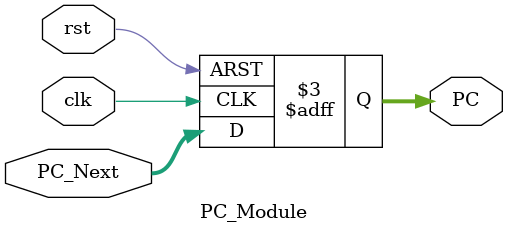
<source format=v>
module PC_Module(clk,rst,PC,PC_Next);
    input                  clk,rst;
    input          [31:0]  PC_Next;
    output  reg    [31:0]  PC;
  

    always @(posedge clk or negedge rst)
    begin
        if(!rst)
            PC <= 'b0;
        else
            PC <= PC_Next;
    end
endmodule
</source>
